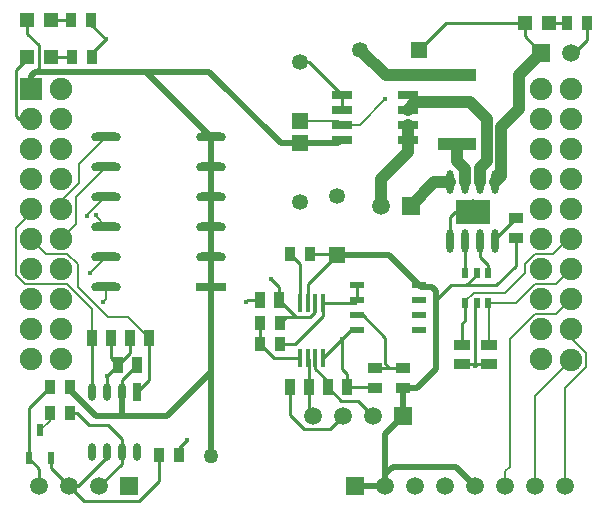
<source format=gtl>
G04*
G04 #@! TF.GenerationSoftware,Altium Limited,Altium Designer,18.0.12 (696)*
G04*
G04 Layer_Physical_Order=1*
G04 Layer_Color=255*
%FSLAX25Y25*%
%MOIN*%
G70*
G01*
G75*
%ADD10C,0.01000*%
%ADD41R,0.10000X0.03000*%
%ADD42O,0.10000X0.03000*%
%ADD43R,0.06890X0.02559*%
%ADD44R,0.03347X0.05118*%
%ADD45R,0.05000X0.05000*%
%ADD46R,0.05315X0.03740*%
%ADD47R,0.05118X0.03347*%
%ADD48R,0.03740X0.05315*%
%ADD49R,0.02362X0.03937*%
%ADD50O,0.02500X0.06000*%
%ADD51R,0.02500X0.06000*%
%ADD52O,0.02362X0.07874*%
%ADD53R,0.11811X0.08386*%
G04:AMPARAMS|DCode=54|XSize=21.65mil|YSize=31.5mil|CornerRadius=1.95mil|HoleSize=0mil|Usage=FLASHONLY|Rotation=180.000|XOffset=0mil|YOffset=0mil|HoleType=Round|Shape=RoundedRectangle|*
%AMROUNDEDRECTD54*
21,1,0.02165,0.02760,0,0,180.0*
21,1,0.01776,0.03150,0,0,180.0*
1,1,0.00390,-0.00888,0.01380*
1,1,0.00390,0.00888,0.01380*
1,1,0.00390,0.00888,-0.01380*
1,1,0.00390,-0.00888,-0.01380*
%
%ADD54ROUNDEDRECTD54*%
%ADD55R,0.12795X0.04134*%
G04:AMPARAMS|DCode=56|XSize=21.65mil|YSize=49.21mil|CornerRadius=1.95mil|HoleSize=0mil|Usage=FLASHONLY|Rotation=90.000|XOffset=0mil|YOffset=0mil|HoleType=Round|Shape=RoundedRectangle|*
%AMROUNDEDRECTD56*
21,1,0.02165,0.04532,0,0,90.0*
21,1,0.01776,0.04921,0,0,90.0*
1,1,0.00390,0.02266,0.00888*
1,1,0.00390,0.02266,-0.00888*
1,1,0.00390,-0.02266,-0.00888*
1,1,0.00390,-0.02266,0.00888*
%
%ADD56ROUNDEDRECTD56*%
G04:AMPARAMS|DCode=57|XSize=15mil|YSize=61.02mil|CornerRadius=1.65mil|HoleSize=0mil|Usage=FLASHONLY|Rotation=180.000|XOffset=0mil|YOffset=0mil|HoleType=Round|Shape=RoundedRectangle|*
%AMROUNDEDRECTD57*
21,1,0.01500,0.05772,0,0,180.0*
21,1,0.01170,0.06102,0,0,180.0*
1,1,0.00330,-0.00585,0.02886*
1,1,0.00330,0.00585,0.02886*
1,1,0.00330,0.00585,-0.02886*
1,1,0.00330,-0.00585,-0.02886*
%
%ADD57ROUNDEDRECTD57*%
%ADD58C,0.00800*%
%ADD59C,0.02000*%
%ADD60C,0.04000*%
%ADD61C,0.05906*%
%ADD62R,0.05906X0.05906*%
%ADD63R,0.05315X0.05315*%
%ADD64C,0.05315*%
%ADD65R,0.05315X0.05315*%
%ADD66C,0.07500*%
%ADD67R,0.07500X0.07500*%
%ADD68C,0.01968*%
%ADD69C,0.01500*%
%ADD70C,0.05000*%
D10*
X129596Y282403D02*
X134500Y277500D01*
X129596Y282403D02*
Y284900D01*
X129847Y272847D02*
X134500Y277500D01*
X129847Y272000D02*
Y272847D01*
X108760Y154606D02*
X115654Y161500D01*
X108760Y137776D02*
Y154606D01*
X199000Y269843D02*
X202134D01*
X212976Y259000D01*
Y254000D02*
Y259000D01*
X254622Y195500D02*
X264500D01*
X258000Y198878D02*
Y199520D01*
X254622Y195500D02*
X258000Y198878D01*
X249500Y195500D02*
X254622D01*
X244500Y190500D02*
X249500Y195500D01*
X264500D02*
X271000Y202000D01*
Y211154D01*
X264224Y211071D02*
X271000Y217846D01*
X264224Y210157D02*
Y211071D01*
X261740Y199520D02*
Y202260D01*
X259224Y204776D02*
X261740Y202260D01*
X259224Y204776D02*
Y210157D01*
X254224Y199555D02*
X254260Y199520D01*
X254224Y199555D02*
Y210157D01*
X252000Y220000D02*
X256724D01*
X250949D02*
X252000D01*
X249224Y218276D02*
X250949Y220000D01*
X249224Y210157D02*
Y218276D01*
X247843Y283000D02*
X274000D01*
X238843Y274000D02*
X247843Y283000D01*
X254260Y189480D02*
Y190122D01*
X257500Y188980D02*
X258000Y189480D01*
X257500Y168500D02*
Y188980D01*
X253000Y175650D02*
Y182650D01*
X257500Y168500D02*
X258350Y169350D01*
X262000D01*
X256650D02*
X257500Y168500D01*
X253000Y169350D02*
X256650D01*
X253000Y182650D02*
X254260Y183909D01*
Y189480D01*
X122346Y160653D02*
Y161500D01*
Y153000D02*
X124846D01*
X128923Y148923D01*
X135077D01*
X110794Y266706D02*
X112050Y267962D01*
X158846Y141347D02*
X161500Y144000D01*
X158846Y139000D02*
Y141347D01*
X181000Y190000D02*
X181500Y190500D01*
X185850D01*
X223807Y161500D02*
X224000Y161307D01*
X214650Y161500D02*
X223807D01*
X213000Y177508D02*
X215992Y180500D01*
X206839Y171346D02*
X213000Y177508D01*
X214650Y161500D02*
Y165850D01*
X213000Y167500D02*
X214650Y165850D01*
X213000Y167500D02*
Y177508D01*
X215992Y180500D02*
X218165D01*
X189500Y197500D02*
X192150Y194850D01*
Y190500D02*
Y194850D01*
X152154Y130154D02*
Y139000D01*
X145500Y123500D02*
X152154Y130154D01*
X127244Y123500D02*
X145500D01*
X122244Y128500D02*
X127244Y123500D01*
X294847Y277346D02*
Y283000D01*
X290500Y273000D02*
X294847Y277346D01*
X289500Y273000D02*
X290500D01*
X282000Y283000D02*
X288154D01*
X274000Y278500D02*
Y283000D01*
Y278500D02*
X279500Y273000D01*
X138350Y169000D02*
Y169067D01*
X142350Y173067D01*
Y178000D01*
X136150Y171201D02*
X138350Y169000D01*
X136150Y171201D02*
Y178000D01*
X134637Y165287D02*
X138350Y169000D01*
X134637Y160000D02*
Y165287D01*
X139637Y140000D02*
Y144363D01*
X135077Y148923D02*
X139637Y144363D01*
X129637Y177787D02*
X129850Y178000D01*
X129637Y160000D02*
Y177787D01*
X144650Y168933D02*
Y169000D01*
X139637Y163921D02*
X144650Y168933D01*
X139637Y160000D02*
Y163921D01*
X148650Y164012D02*
Y178000D01*
X144637Y160000D02*
X148650Y164012D01*
X134637Y138137D02*
Y140000D01*
X125000Y128500D02*
X134637Y138137D01*
X122244Y128500D02*
X125000D01*
X139637Y135894D02*
Y140000D01*
X132244Y128500D02*
X139637Y135894D01*
X116240Y134503D02*
X122244Y128500D01*
X116240Y134503D02*
Y137776D01*
X108760D02*
X112244Y134292D01*
Y128500D02*
Y134292D01*
X195850Y152150D02*
Y161500D01*
Y152150D02*
X200500Y147500D01*
X209000D01*
X213500Y152000D01*
X218500Y157000D02*
X223500Y152000D01*
X212784Y157000D02*
X218500D01*
X208350Y161433D02*
X212784Y157000D01*
X208350Y161433D02*
Y161500D01*
X202150Y153350D02*
X203500Y152000D01*
X202150Y153350D02*
Y161500D01*
X208350D02*
Y163650D01*
X204279Y167720D02*
X208350Y163650D01*
X204279Y167720D02*
Y171346D01*
X201720D02*
X202150Y170917D01*
Y161500D02*
Y170917D01*
X190307Y171346D02*
X199161D01*
X185653Y176000D02*
X190307Y171346D01*
X185653Y176000D02*
X185653Y176000D01*
Y183000D01*
X192347Y176000D02*
X197500D01*
X206839Y185339D01*
Y189654D01*
X197650Y185000D02*
X202610D01*
X194346D02*
X197650D01*
X192150Y190500D02*
X197650Y185000D01*
X192347Y183000D02*
X194346Y185000D01*
X202610D02*
X204279Y186670D01*
Y189654D01*
X195653Y206000D02*
X199161Y202492D01*
Y189654D02*
Y202492D01*
X201720Y189654D02*
Y195878D01*
X211500Y205658D01*
X229000Y167847D02*
X233500D01*
X224153D02*
X229000D01*
X218165Y185500D02*
X220000D01*
X227500Y178000D01*
Y169346D02*
Y178000D01*
Y169346D02*
X229000Y167847D01*
X224000Y168000D02*
X224153Y167847D01*
X217319Y189654D02*
X218165Y190500D01*
X206839Y189654D02*
X217319D01*
X218165Y190500D02*
Y195500D01*
X211157Y206000D02*
X211500Y205658D01*
X202346Y206000D02*
X211157D01*
X289500Y178000D02*
Y181000D01*
X116250Y283900D02*
X122904D01*
X108250Y279250D02*
Y284900D01*
Y279250D02*
X112050Y275450D01*
Y267962D02*
Y275450D01*
X116250Y271500D02*
X122904D01*
X104500Y267250D02*
X108250Y271000D01*
X104500Y265388D02*
Y267250D01*
X104450Y265338D02*
X104500Y265388D01*
X104450Y252050D02*
Y265338D01*
Y252050D02*
X105500Y251000D01*
X109500D01*
D41*
X169500Y195000D02*
D03*
D42*
Y205000D02*
D03*
Y215000D02*
D03*
Y225000D02*
D03*
Y235000D02*
D03*
Y245000D02*
D03*
X134500Y195000D02*
D03*
Y205000D02*
D03*
Y215000D02*
D03*
Y225000D02*
D03*
Y235000D02*
D03*
Y245000D02*
D03*
D43*
X235024Y244000D02*
D03*
Y249000D02*
D03*
Y254000D02*
D03*
Y259000D02*
D03*
X212976Y244000D02*
D03*
Y249000D02*
D03*
Y254000D02*
D03*
Y259000D02*
D03*
D44*
X123153Y271500D02*
D03*
X129847D02*
D03*
X288154Y283000D02*
D03*
X294847D02*
D03*
X122904Y283900D02*
D03*
X129596D02*
D03*
X195653Y206000D02*
D03*
X202346D02*
D03*
X192347Y183000D02*
D03*
X185653D02*
D03*
X185653Y176000D02*
D03*
X192347D02*
D03*
X122346Y161500D02*
D03*
X115654D02*
D03*
X122346Y153000D02*
D03*
X115654D02*
D03*
X158846Y139000D02*
D03*
X152154D02*
D03*
D45*
X116000Y271500D02*
D03*
X108000D02*
D03*
X274000Y283000D02*
D03*
X282000D02*
D03*
X108250Y283900D02*
D03*
X116250D02*
D03*
D46*
X262000Y175650D02*
D03*
Y169350D02*
D03*
X253000Y175650D02*
D03*
Y169350D02*
D03*
D47*
X271000Y217846D02*
D03*
Y211154D02*
D03*
X233500Y161153D02*
D03*
Y167847D02*
D03*
X224000Y168000D02*
D03*
Y161307D02*
D03*
D48*
X148650Y178000D02*
D03*
X142350D02*
D03*
X129850D02*
D03*
X136150D02*
D03*
X144650Y169000D02*
D03*
X138350D02*
D03*
X202150Y161500D02*
D03*
X195850D02*
D03*
X208350D02*
D03*
X214650D02*
D03*
X185850Y190500D02*
D03*
X192150D02*
D03*
D49*
X112500Y147224D02*
D03*
X116240Y137776D02*
D03*
X108760D02*
D03*
D50*
X129637Y140000D02*
D03*
X134637D02*
D03*
X139637D02*
D03*
X144637D02*
D03*
X129637Y160000D02*
D03*
X134637D02*
D03*
X139637D02*
D03*
D51*
X144637D02*
D03*
D52*
X249224Y210157D02*
D03*
X254224D02*
D03*
X259224D02*
D03*
X264224D02*
D03*
Y229842D02*
D03*
X259224D02*
D03*
X254224D02*
D03*
X249224D02*
D03*
D53*
X256724Y220000D02*
D03*
D54*
X254260Y199520D02*
D03*
X258000D02*
D03*
X261740D02*
D03*
Y189480D02*
D03*
X258000D02*
D03*
X254260D02*
D03*
D55*
X251500Y242583D02*
D03*
Y265417D02*
D03*
D56*
X238835Y180500D02*
D03*
Y185500D02*
D03*
Y190500D02*
D03*
Y195500D02*
D03*
X218165Y180500D02*
D03*
Y185500D02*
D03*
Y190500D02*
D03*
Y195500D02*
D03*
D57*
X199161Y171346D02*
D03*
X201720D02*
D03*
X204279D02*
D03*
X206839D02*
D03*
X199161Y189654D02*
D03*
X201720D02*
D03*
X204279D02*
D03*
X206839D02*
D03*
D58*
X112500Y147224D02*
X115654Y150378D01*
Y153000D01*
X219000Y249000D02*
X227500Y257500D01*
X212976Y249000D02*
X219000D01*
X211819Y250157D02*
X212976Y249000D01*
X199000Y250157D02*
X211819D01*
X288500Y211000D02*
X289500D01*
X283450Y205950D02*
X288500Y211000D01*
X277450Y205950D02*
X283450D01*
X274000Y202500D02*
X277450Y205950D01*
X274000Y199500D02*
Y202500D01*
X267500Y193000D02*
X274000Y199500D01*
X257138Y193000D02*
X267500D01*
X254260Y190122D02*
X257138Y193000D01*
X261740Y189480D02*
X261760Y189500D01*
X271000D01*
X277450Y195950D01*
X284450D02*
X289500Y201000D01*
X261740Y189480D02*
X262000Y189220D01*
Y175650D02*
Y189220D01*
X269000Y135000D02*
Y177500D01*
X267500Y133500D02*
X269000Y135000D01*
X267500Y128500D02*
Y133500D01*
X269000Y177500D02*
X277450Y185950D01*
X284450D02*
X289500Y191000D01*
X277450Y185950D02*
X284450D01*
X128000Y218500D02*
Y218758D01*
X134242Y225000D01*
X134500D01*
X131000Y218500D02*
Y219000D01*
Y218500D02*
X134500Y215000D01*
X129000Y199500D02*
X134500Y205000D01*
X133500Y190000D02*
X134500Y191000D01*
Y195000D01*
X125500Y236000D02*
X134500Y245000D01*
X125500Y229500D02*
Y236000D01*
X119500Y223500D02*
X125500Y229500D01*
X119500Y221000D02*
Y223500D01*
X124500Y225000D02*
X134500Y235000D01*
X124500Y216000D02*
Y225000D01*
X119500Y211000D02*
X124500Y216000D01*
X104550Y198950D02*
Y214500D01*
Y198950D02*
X107450Y196050D01*
X104550Y214500D02*
X109500Y219450D01*
X125000Y195000D02*
Y202500D01*
X114500Y206000D02*
X121500D01*
X125000Y202500D01*
Y195000D02*
X135000Y185000D01*
X129850Y178000D02*
Y187650D01*
X121450Y196050D02*
X129850Y187650D01*
X141650Y185000D02*
X148650Y178000D01*
X135000Y185000D02*
X141650D01*
X109500Y211000D02*
X114500Y206000D01*
X107450Y196050D02*
X121450D01*
X109500Y219450D02*
Y221000D01*
X277450Y195950D02*
X284450D01*
X289500Y178000D02*
X294550Y172950D01*
Y168408D02*
Y172950D01*
X287500Y161358D02*
X294550Y168408D01*
X287500Y128500D02*
Y161358D01*
X277500Y158500D02*
X289500Y170500D01*
X277500Y128500D02*
Y158500D01*
D59*
X211819Y242843D02*
X212976Y244000D01*
X199000Y242843D02*
X211819D01*
X147794Y266706D02*
X168794D01*
X192657Y242843D01*
X199000D01*
X238835Y195500D02*
X239335Y195000D01*
X243000D01*
X244500Y190500D02*
Y193500D01*
X243000Y195000D02*
X244500Y193500D01*
Y167500D02*
Y190500D01*
X238154Y161153D02*
X244500Y167500D01*
X233500Y161153D02*
X238154D01*
X122346Y160653D02*
X131137Y151863D01*
X139637D01*
Y160000D01*
Y151863D02*
X154737D01*
X169500Y166625D01*
X110794Y266706D02*
X147794D01*
X169500Y138500D02*
Y166625D01*
Y195000D01*
X227500Y132500D02*
Y146000D01*
X251000Y135000D02*
X257500Y128500D01*
X230000Y135000D02*
X251000D01*
X227500Y132500D02*
X230000Y135000D01*
X227500Y128500D02*
Y132500D01*
X233500Y152000D02*
Y161153D01*
X227500Y146000D02*
X233500Y152000D01*
X217500Y128500D02*
X227500D01*
X228677Y205658D02*
X238835Y195500D01*
X211500Y205658D02*
X228677D01*
X169500Y235000D02*
Y245000D01*
Y225000D02*
Y235000D01*
Y215000D02*
Y225000D01*
Y205000D02*
Y215000D01*
Y195000D02*
Y205000D01*
X109500Y265411D02*
X110794Y266706D01*
X147794D02*
X169500Y245000D01*
X109500Y261000D02*
Y265411D01*
D60*
X219158Y274000D02*
X227740Y265417D01*
X251500D01*
Y237000D02*
Y242583D01*
X226000Y222000D02*
Y231000D01*
X235024Y240024D01*
Y244000D01*
Y249000D01*
Y254000D02*
X237524Y256500D01*
X255849D01*
X261424Y250924D01*
Y236924D02*
Y250924D01*
X266224Y248342D02*
X272000Y254118D01*
X259224Y234724D02*
X261424Y236924D01*
X259224Y229842D02*
Y234724D01*
X264224Y229842D02*
X266224Y231842D01*
Y248342D01*
X254224Y229842D02*
Y234276D01*
X251500Y237000D02*
X254224Y234276D01*
X236000Y222000D02*
X243843Y229842D01*
X249224D01*
X272000Y265500D02*
X279500Y273000D01*
X272000Y254118D02*
Y265500D01*
D61*
X287500Y128500D02*
D03*
X277500D02*
D03*
X267500D02*
D03*
X257500D02*
D03*
X247500D02*
D03*
X237500D02*
D03*
X227500D02*
D03*
X289500Y273000D02*
D03*
X226000Y222000D02*
D03*
X223500Y152000D02*
D03*
X213500D02*
D03*
X203500D02*
D03*
X132244Y128500D02*
D03*
X122244D02*
D03*
X112244D02*
D03*
D62*
X217500D02*
D03*
X279500Y273000D02*
D03*
X236000Y222000D02*
D03*
X233500Y152000D02*
D03*
X142244Y128500D02*
D03*
D63*
X211500Y205658D02*
D03*
X199000Y250157D02*
D03*
X199000Y242843D02*
D03*
D64*
X211500Y225342D02*
D03*
X219158Y274000D02*
D03*
X199000Y269843D02*
D03*
X199000Y223158D02*
D03*
D65*
X238843Y274000D02*
D03*
D66*
X289500Y170500D02*
D03*
Y181000D02*
D03*
Y191000D02*
D03*
Y201000D02*
D03*
Y211000D02*
D03*
Y221000D02*
D03*
Y231000D02*
D03*
Y241000D02*
D03*
Y251000D02*
D03*
Y261000D02*
D03*
X279500Y171000D02*
D03*
Y181000D02*
D03*
Y191000D02*
D03*
Y201000D02*
D03*
Y211000D02*
D03*
Y221000D02*
D03*
Y231000D02*
D03*
Y241000D02*
D03*
Y251000D02*
D03*
Y261000D02*
D03*
X119500Y171000D02*
D03*
Y181000D02*
D03*
Y191000D02*
D03*
Y201000D02*
D03*
Y211000D02*
D03*
Y221000D02*
D03*
Y231000D02*
D03*
Y241000D02*
D03*
Y251000D02*
D03*
Y261000D02*
D03*
X109500Y171000D02*
D03*
Y181000D02*
D03*
Y191000D02*
D03*
Y201000D02*
D03*
Y211000D02*
D03*
Y221000D02*
D03*
Y231000D02*
D03*
Y241000D02*
D03*
Y251000D02*
D03*
D67*
Y261000D02*
D03*
D68*
X261449Y220000D02*
D03*
X256724Y223209D02*
D03*
X252000Y220000D02*
D03*
X256724Y216791D02*
D03*
D69*
X134500Y277500D02*
D03*
X161500Y144000D02*
D03*
X181000Y190000D02*
D03*
X213000Y177508D02*
D03*
X134637Y165287D02*
D03*
X257500Y168500D02*
D03*
X227500Y257500D02*
D03*
X128000Y218500D02*
D03*
X133500Y190000D02*
D03*
X131000Y219000D02*
D03*
X129000Y199500D02*
D03*
X189500Y197500D02*
D03*
D70*
X169500Y138500D02*
D03*
M02*

</source>
